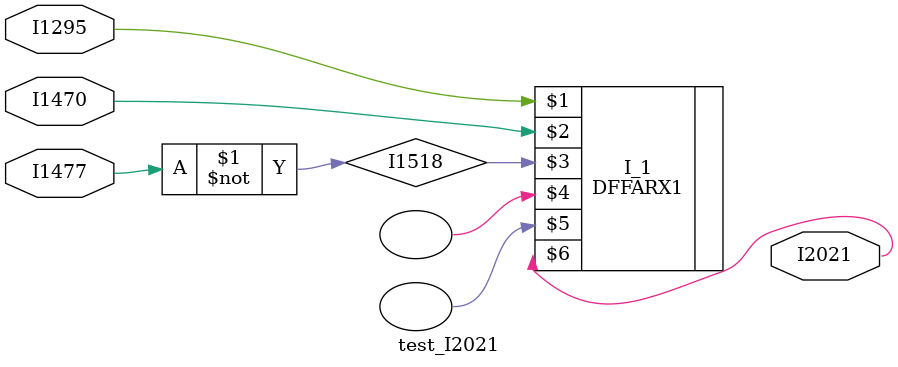
<source format=v>
module test_I2021(I1477,I1295,I1470,I2021);
input I1477,I1295,I1470;
output I2021;
wire I1518;
not I_0(I1518,I1477);
DFFARX1 I_1(I1295,I1470,I1518,,,I2021,);
endmodule



</source>
